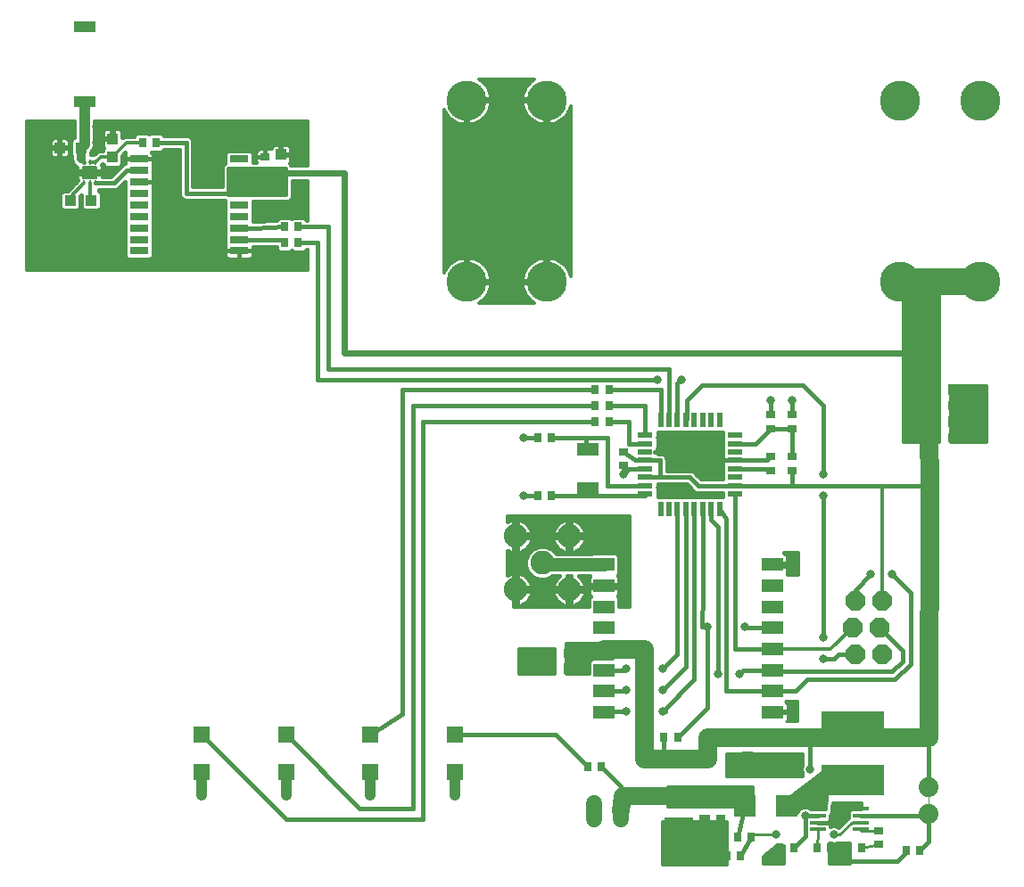
<source format=gtl>
G75*
%MOIN*%
%OFA0B0*%
%FSLAX24Y24*%
%IPPOS*%
%LPD*%
%AMOC8*
5,1,8,0,0,1.08239X$1,22.5*
%
%ADD10R,0.0580X0.0200*%
%ADD11R,0.0200X0.0580*%
%ADD12R,0.0787X0.0394*%
%ADD13R,0.0787X0.0512*%
%ADD14R,0.0709X0.0315*%
%ADD15R,0.0709X0.0276*%
%ADD16C,0.0886*%
%ADD17R,0.0591X0.0591*%
%ADD18R,0.0354X0.0276*%
%ADD19R,0.0276X0.0354*%
%ADD20R,0.0394X0.0394*%
%ADD21R,0.0394X0.0433*%
%ADD22R,0.0433X0.0394*%
%ADD23R,0.1063X0.0630*%
%ADD24C,0.0600*%
%ADD25C,0.1500*%
%ADD26OC8,0.0740*%
%ADD27R,0.0600X0.0180*%
%ADD28R,0.0787X0.0787*%
%ADD29R,0.0110X0.0197*%
%ADD30C,0.0050*%
%ADD31C,0.0740*%
%ADD32R,0.2362X0.1181*%
%ADD33C,0.0160*%
%ADD34C,0.0317*%
%ADD35C,0.0400*%
%ADD36C,0.0100*%
%ADD37C,0.0120*%
%ADD38C,0.1000*%
%ADD39C,0.0240*%
%ADD40C,0.0700*%
%ADD41C,0.0039*%
%ADD42C,0.0500*%
%ADD43C,0.0660*%
%ADD44C,0.0320*%
D10*
X023837Y014269D03*
X023837Y014579D03*
X023837Y014899D03*
X023837Y015209D03*
X023837Y015529D03*
X023837Y015839D03*
X023837Y016159D03*
X023837Y016469D03*
X027177Y016469D03*
X027177Y016159D03*
X027177Y015839D03*
X027177Y015529D03*
X027177Y015209D03*
X027177Y014899D03*
X027177Y014579D03*
X027177Y014269D03*
D11*
X026607Y013699D03*
X026297Y013699D03*
X025977Y013699D03*
X025667Y013699D03*
X025347Y013699D03*
X025037Y013699D03*
X024717Y013699D03*
X024407Y013699D03*
X024407Y017039D03*
X024717Y017039D03*
X025037Y017039D03*
X025347Y017039D03*
X025667Y017039D03*
X025977Y017039D03*
X026297Y017039D03*
X026607Y017039D03*
D12*
X002873Y028961D03*
X002873Y031757D03*
D13*
X021676Y015959D03*
X021676Y014463D03*
X022298Y011629D03*
X022298Y010841D03*
X022298Y010054D03*
X022298Y009267D03*
X022298Y008479D03*
X022298Y007692D03*
X022298Y006904D03*
X022298Y006117D03*
X028597Y006117D03*
X028597Y006904D03*
X028597Y007692D03*
X028597Y008479D03*
X028597Y009267D03*
X028597Y010054D03*
X028597Y010841D03*
X028597Y011629D03*
D14*
X008652Y023786D03*
X008652Y024219D03*
X008652Y024652D03*
X008652Y025085D03*
X008652Y025519D03*
X008652Y025952D03*
X008652Y026385D03*
X004912Y026385D03*
X004912Y025952D03*
X004912Y025519D03*
X004912Y025085D03*
X004912Y024652D03*
X004912Y024219D03*
X004912Y023786D03*
D15*
X004912Y023373D03*
X008652Y023373D03*
X008652Y026798D03*
X004912Y026798D03*
D16*
X018991Y012700D03*
X019991Y011700D03*
X020991Y012700D03*
X020991Y010700D03*
X018991Y010700D03*
D17*
X016715Y005270D03*
X016715Y003893D03*
X013566Y003893D03*
X013566Y005270D03*
X010416Y005270D03*
X010416Y003893D03*
X007267Y003893D03*
X007267Y005270D03*
D18*
X023015Y015349D03*
X023015Y015861D03*
X028526Y015664D03*
X028526Y015152D03*
X029314Y015152D03*
X029314Y015664D03*
X029314Y016727D03*
X029314Y017239D03*
X028526Y017239D03*
X028526Y016727D03*
X026656Y002672D03*
X026656Y002160D03*
X032562Y001688D03*
X032562Y001176D03*
X009629Y026373D03*
X009629Y026885D03*
D19*
X010357Y024267D03*
X010869Y024267D03*
X010869Y023676D03*
X010357Y023676D03*
X005554Y027416D03*
X005042Y027416D03*
X019806Y016393D03*
X020318Y016393D03*
X021971Y016983D03*
X022483Y016983D03*
X022483Y017574D03*
X021971Y017574D03*
X021971Y018164D03*
X022483Y018164D03*
X020318Y014227D03*
X019806Y014227D03*
X020397Y008322D03*
X020908Y008322D03*
X024530Y005172D03*
X025042Y005172D03*
X022188Y004089D03*
X021676Y004089D03*
X026893Y000743D03*
X027404Y000743D03*
X027286Y001432D03*
X027798Y001432D03*
X028861Y001038D03*
X029373Y001038D03*
X030239Y001038D03*
X030751Y001038D03*
X031420Y001038D03*
X031932Y001038D03*
X033586Y000940D03*
X034097Y000940D03*
X034767Y016393D03*
X035278Y016393D03*
X035278Y017574D03*
X034767Y017574D03*
D20*
X003133Y025251D03*
X002345Y025251D03*
X001952Y027219D03*
X002739Y027219D03*
D21*
X003920Y026885D03*
X003920Y027554D03*
X010219Y026963D03*
X010219Y026294D03*
X027641Y005113D03*
X027641Y004444D03*
X026066Y002751D03*
X026066Y002081D03*
D22*
X020987Y007731D03*
X020318Y007731D03*
X034688Y016983D03*
X035357Y016983D03*
X035357Y018164D03*
X034688Y018164D03*
D23*
X029117Y005133D03*
X029117Y004030D03*
X025082Y002967D03*
X025082Y001865D03*
D24*
X022924Y002116D02*
X022924Y002716D01*
X021924Y002716D02*
X021924Y002116D01*
D25*
X020160Y022200D03*
X017168Y022200D03*
X017168Y028991D03*
X020160Y028991D03*
X033349Y028991D03*
X036341Y028991D03*
X036341Y022200D03*
X033349Y022200D03*
D26*
X032676Y010290D03*
X031676Y010290D03*
X031576Y009290D03*
X032576Y009290D03*
X032676Y008290D03*
X031676Y008290D03*
D27*
X031886Y002501D03*
X031886Y002251D03*
X031886Y001991D03*
X031886Y001741D03*
X030286Y001741D03*
X030286Y001991D03*
X030286Y002251D03*
X030286Y002501D03*
D28*
X029117Y002613D03*
X027542Y002613D03*
D29*
X003290Y025900D03*
X003074Y025900D03*
X002857Y025900D03*
X002857Y026688D03*
X003074Y026688D03*
X003290Y026688D03*
D30*
X002810Y026521D02*
X002810Y026067D01*
X002810Y026521D02*
X003338Y026521D01*
X003338Y026067D01*
X002810Y026067D01*
X002810Y026116D02*
X003338Y026116D01*
X003338Y026165D02*
X002810Y026165D01*
X002810Y026214D02*
X003338Y026214D01*
X003338Y026263D02*
X002810Y026263D01*
X002810Y026312D02*
X003338Y026312D01*
X003338Y026361D02*
X002810Y026361D01*
X002810Y026410D02*
X003338Y026410D01*
X003338Y026459D02*
X002810Y026459D01*
X002810Y026508D02*
X003338Y026508D01*
D31*
X034432Y003318D03*
X034432Y002318D03*
D32*
X031578Y003581D03*
X031578Y005581D03*
D33*
X030003Y005172D02*
X030003Y003991D01*
X030841Y002711D02*
X031873Y002711D01*
X031873Y002521D01*
X031511Y002521D01*
X031406Y002415D01*
X031406Y002176D01*
X031057Y001827D01*
X030956Y001869D01*
X030821Y001869D01*
X030766Y001846D01*
X030766Y001905D01*
X030675Y001996D01*
X030766Y002086D01*
X030766Y002261D01*
X030817Y002308D01*
X030818Y002323D01*
X030829Y002335D01*
X030824Y002416D01*
X030841Y002711D01*
X030836Y002628D02*
X031873Y002628D01*
X031886Y002501D02*
X031282Y002501D01*
X031282Y002318D01*
X031406Y002311D02*
X030818Y002311D01*
X030889Y002318D02*
X030889Y001991D01*
X030286Y001991D01*
X030286Y002251D02*
X029806Y002251D01*
X029806Y001471D01*
X029373Y001038D01*
X030677Y001994D02*
X031224Y001994D01*
X031066Y001836D02*
X031036Y001836D01*
X030766Y002153D02*
X031383Y002153D01*
X031460Y002470D02*
X030827Y002470D01*
X031479Y002613D02*
X031479Y002680D01*
X031886Y002251D02*
X032397Y002251D01*
X031886Y002251D02*
X034365Y002251D01*
X034432Y002318D01*
X034432Y001274D01*
X034097Y000940D01*
X033586Y000940D02*
X033586Y000881D01*
X033251Y000546D01*
X031381Y000546D01*
X031282Y000644D01*
X027837Y002613D02*
X024688Y002613D01*
X024688Y003302D01*
X027837Y003302D01*
X027837Y002613D01*
X027837Y002628D02*
X024688Y002628D01*
X024688Y002787D02*
X027837Y002787D01*
X027837Y002945D02*
X024688Y002945D01*
X024688Y003104D02*
X027837Y003104D01*
X027837Y003262D02*
X024688Y003262D01*
X024393Y004385D02*
X024530Y004522D01*
X024530Y005172D01*
X025042Y005172D02*
X026164Y006294D01*
X026164Y009306D01*
X025967Y009306D01*
X025977Y010496D01*
X025977Y013699D01*
X025667Y013699D02*
X025667Y007332D01*
X024491Y006156D01*
X024589Y006156D01*
X024491Y006944D02*
X025347Y007799D01*
X025347Y013699D01*
X025037Y013699D02*
X025037Y008277D01*
X024491Y007731D01*
X023113Y007731D02*
X023112Y007721D01*
X023108Y007712D01*
X023102Y007703D01*
X023094Y007697D01*
X023084Y007693D01*
X023074Y007692D01*
X022298Y007692D01*
X022298Y006904D02*
X023074Y006904D01*
X023113Y006944D01*
X023113Y006156D02*
X022337Y006156D01*
X022327Y006155D01*
X022318Y006151D01*
X022309Y006145D01*
X022303Y006137D01*
X022299Y006127D01*
X022298Y006117D01*
X020495Y005270D02*
X021676Y004089D01*
X022188Y004089D02*
X022924Y003353D01*
X022924Y002416D01*
X024491Y002022D02*
X026853Y002022D01*
X026853Y000448D01*
X024491Y000448D01*
X024491Y002022D01*
X024491Y001994D02*
X026853Y001994D01*
X026853Y001836D02*
X024491Y001836D01*
X024491Y001677D02*
X026853Y001677D01*
X026853Y001629D02*
X026814Y001294D01*
X026893Y000743D01*
X026853Y000726D02*
X024491Y000726D01*
X024491Y000568D02*
X026853Y000568D01*
X026853Y000885D02*
X024491Y000885D01*
X024491Y001043D02*
X026853Y001043D01*
X026853Y001202D02*
X024491Y001202D01*
X024491Y001360D02*
X026853Y001360D01*
X026853Y001519D02*
X024491Y001519D01*
X027286Y001432D02*
X027542Y002613D01*
X027798Y001432D02*
X027404Y000743D01*
X020495Y005270D02*
X016715Y005270D01*
X014747Y006058D02*
X014747Y018164D01*
X021971Y018164D01*
X022483Y018164D02*
X024407Y018164D01*
X024407Y017039D01*
X024717Y017039D02*
X024717Y018952D01*
X011991Y018952D01*
X011991Y024267D01*
X010869Y024267D01*
X011178Y024527D02*
X011081Y024624D01*
X010657Y024624D01*
X010613Y024580D01*
X010570Y024624D01*
X010145Y024624D01*
X010039Y024518D01*
X010039Y024514D01*
X009218Y024479D01*
X009187Y024479D01*
X009187Y025208D01*
X010464Y025208D01*
X010552Y025244D01*
X010620Y025312D01*
X010656Y025400D01*
X010656Y025994D01*
X011204Y025994D01*
X011204Y024527D01*
X011178Y024527D01*
X011204Y024660D02*
X009187Y024660D01*
X009187Y024818D02*
X011204Y024818D01*
X011204Y024977D02*
X009187Y024977D01*
X009187Y025135D02*
X011204Y025135D01*
X011204Y025294D02*
X010602Y025294D01*
X010656Y025452D02*
X011204Y025452D01*
X011204Y025611D02*
X010656Y025611D01*
X010656Y025769D02*
X011204Y025769D01*
X011204Y025928D02*
X010656Y025928D01*
X010593Y026594D02*
X010556Y026632D01*
X010560Y026636D01*
X010584Y026677D01*
X010596Y026723D01*
X010596Y026945D01*
X010238Y026945D01*
X010238Y026982D01*
X010201Y026982D01*
X010201Y027360D01*
X009999Y027360D01*
X009953Y027348D01*
X009912Y027324D01*
X009878Y027290D01*
X009855Y027249D01*
X009843Y027204D01*
X009843Y027199D01*
X009830Y027202D01*
X009629Y027202D01*
X009629Y026885D01*
X009629Y026885D01*
X009629Y027202D01*
X009428Y027202D01*
X009382Y027190D01*
X009341Y027166D01*
X009308Y027133D01*
X009284Y027092D01*
X009272Y027046D01*
X009272Y026885D01*
X009629Y026885D01*
X009629Y026885D01*
X009272Y026885D01*
X009272Y026723D01*
X009284Y026677D01*
X009287Y026672D01*
X009187Y026672D01*
X009187Y027010D01*
X009081Y027116D01*
X008224Y027116D01*
X008118Y027010D01*
X008118Y026637D01*
X008115Y026635D01*
X008047Y026568D01*
X008011Y026480D01*
X008011Y025779D01*
X006936Y025779D01*
X006936Y027468D01*
X006896Y027563D01*
X006823Y027637D01*
X006728Y027676D01*
X005864Y027676D01*
X005766Y027773D01*
X005342Y027773D01*
X005298Y027730D01*
X005255Y027773D01*
X004830Y027773D01*
X004724Y027668D01*
X004724Y027656D01*
X004404Y027656D01*
X004316Y027620D01*
X004297Y027601D01*
X004297Y027794D01*
X004285Y027840D01*
X004261Y027881D01*
X004228Y027915D01*
X004186Y027938D01*
X004141Y027950D01*
X003939Y027950D01*
X003939Y027572D01*
X003902Y027572D01*
X003902Y027536D01*
X003543Y027536D01*
X003543Y027314D01*
X003556Y027268D01*
X003579Y027227D01*
X003587Y027219D01*
X003543Y027176D01*
X003543Y027125D01*
X003439Y027125D01*
X003351Y027088D01*
X003284Y027021D01*
X003229Y026966D01*
X003116Y026966D01*
X003116Y027059D01*
X003195Y027138D01*
X003253Y027278D01*
X003253Y028204D01*
X011204Y028204D01*
X011204Y026594D01*
X010593Y026594D01*
X010595Y026720D02*
X011204Y026720D01*
X011204Y026879D02*
X010596Y026879D01*
X010596Y026982D02*
X010596Y027204D01*
X010584Y027249D01*
X010560Y027290D01*
X010527Y027324D01*
X010486Y027348D01*
X010440Y027360D01*
X010238Y027360D01*
X010238Y026982D01*
X010596Y026982D01*
X010596Y027037D02*
X011204Y027037D01*
X011204Y027196D02*
X010596Y027196D01*
X010461Y027354D02*
X011204Y027354D01*
X011204Y027513D02*
X006917Y027513D01*
X006936Y027354D02*
X009978Y027354D01*
X010201Y027354D02*
X010238Y027354D01*
X010238Y027196D02*
X010201Y027196D01*
X010201Y027037D02*
X010238Y027037D01*
X009629Y027037D02*
X009629Y027037D01*
X009629Y027196D02*
X009629Y027196D01*
X009403Y027196D02*
X006936Y027196D01*
X006936Y027037D02*
X008145Y027037D01*
X008118Y026879D02*
X006936Y026879D01*
X006936Y026720D02*
X008118Y026720D01*
X008045Y026562D02*
X006936Y026562D01*
X006936Y026403D02*
X008011Y026403D01*
X008011Y026245D02*
X006936Y026245D01*
X006936Y026086D02*
X008011Y026086D01*
X008011Y025928D02*
X006936Y025928D01*
X006416Y025928D02*
X005447Y025928D01*
X005447Y025952D02*
X004912Y025952D01*
X005447Y025952D01*
X005447Y026133D01*
X005442Y026148D01*
X005447Y026153D01*
X005447Y026617D01*
X005442Y026621D01*
X005447Y026637D01*
X005447Y026798D01*
X005447Y026960D01*
X005434Y027005D01*
X005411Y027046D01*
X005398Y027059D01*
X005766Y027059D01*
X005864Y027156D01*
X006416Y027156D01*
X006416Y025467D01*
X006456Y025371D01*
X006529Y025298D01*
X006624Y025259D01*
X008101Y025259D01*
X008115Y025244D01*
X008118Y025243D01*
X008118Y023554D01*
X008122Y023550D01*
X008118Y023534D01*
X008118Y023373D01*
X008652Y023373D01*
X008652Y023373D01*
X008118Y023373D01*
X008118Y023211D01*
X008130Y023166D01*
X008154Y023125D01*
X008188Y023091D01*
X008229Y023067D01*
X008274Y023055D01*
X008652Y023055D01*
X008652Y023373D01*
X008652Y023373D01*
X009187Y023373D01*
X009187Y023526D01*
X010039Y023526D01*
X010039Y023424D01*
X010145Y023319D01*
X010570Y023319D01*
X010613Y023362D01*
X010657Y023319D01*
X011081Y023319D01*
X011178Y023416D01*
X011204Y023416D01*
X011204Y022692D01*
X000714Y022692D01*
X000714Y028204D01*
X002493Y028204D01*
X002493Y027596D01*
X002468Y027596D01*
X002362Y027491D01*
X002362Y027302D01*
X002359Y027295D01*
X002359Y027144D01*
X002362Y027136D01*
X002362Y026948D01*
X002399Y026911D01*
X002399Y026738D01*
X002451Y026613D01*
X002546Y026518D01*
X002604Y026494D01*
X002604Y026340D01*
X003028Y026340D01*
X003028Y026248D01*
X002604Y026248D01*
X002604Y026040D01*
X002616Y025998D01*
X002245Y025628D01*
X002074Y025628D01*
X001969Y025522D01*
X001969Y024979D01*
X002074Y024874D01*
X002617Y024874D01*
X002722Y024979D01*
X002722Y025426D01*
X002756Y025460D01*
X002756Y024979D01*
X002861Y024874D01*
X003404Y024874D01*
X003510Y024979D01*
X003510Y025522D01*
X003410Y025622D01*
X003420Y025622D01*
X003438Y025640D01*
X004031Y025640D01*
X004126Y025680D01*
X004378Y025931D01*
X004378Y025770D01*
X004382Y025755D01*
X004378Y025751D01*
X004378Y023160D01*
X004483Y023055D01*
X005341Y023055D01*
X005447Y023160D01*
X005447Y025751D01*
X005442Y025755D01*
X005447Y025770D01*
X005447Y025952D01*
X005447Y026086D02*
X006416Y026086D01*
X006416Y026245D02*
X005447Y026245D01*
X005447Y026403D02*
X006416Y026403D01*
X006416Y026562D02*
X005447Y026562D01*
X005447Y026720D02*
X006416Y026720D01*
X006416Y026879D02*
X005447Y026879D01*
X005447Y026798D02*
X004912Y026798D01*
X004378Y026798D01*
X004378Y026637D01*
X004379Y026631D01*
X004316Y026605D01*
X004243Y026532D01*
X003872Y026160D01*
X003543Y026160D01*
X003543Y026248D01*
X003120Y026248D01*
X003120Y026340D01*
X003543Y026340D01*
X003543Y026548D01*
X003532Y026590D01*
X003543Y026601D01*
X003543Y026594D01*
X003649Y026488D01*
X004192Y026488D01*
X004297Y026594D01*
X004297Y026922D01*
X004404Y027029D01*
X004390Y027005D01*
X004378Y026960D01*
X004378Y026798D01*
X004912Y026798D01*
X004912Y026798D01*
X004912Y026798D01*
X005447Y026798D01*
X005416Y027037D02*
X006416Y027037D01*
X006676Y027416D02*
X005554Y027416D01*
X004728Y027671D02*
X004297Y027671D01*
X004287Y027830D02*
X011204Y027830D01*
X011204Y027988D02*
X003253Y027988D01*
X003253Y027830D02*
X003553Y027830D01*
X003556Y027840D02*
X003543Y027794D01*
X003543Y027572D01*
X003902Y027572D01*
X003902Y027950D01*
X003700Y027950D01*
X003654Y027938D01*
X003613Y027915D01*
X003579Y027881D01*
X003556Y027840D01*
X003543Y027671D02*
X003253Y027671D01*
X003253Y027513D02*
X003543Y027513D01*
X003543Y027354D02*
X003253Y027354D01*
X003219Y027196D02*
X003563Y027196D01*
X003300Y027037D02*
X003116Y027037D01*
X002857Y026688D02*
X002739Y026806D01*
X002502Y026562D02*
X000714Y026562D01*
X000714Y026720D02*
X002406Y026720D01*
X002399Y026879D02*
X002259Y026879D01*
X002259Y026878D02*
X002293Y026912D01*
X002316Y026953D01*
X002329Y026999D01*
X002329Y027201D01*
X001970Y027201D01*
X001970Y027238D01*
X001933Y027238D01*
X001933Y027596D01*
X001731Y027596D01*
X001685Y027584D01*
X001644Y027560D01*
X001611Y027527D01*
X001587Y027486D01*
X001575Y027440D01*
X001575Y027238D01*
X001933Y027238D01*
X001933Y027201D01*
X001575Y027201D01*
X001575Y026999D01*
X001587Y026953D01*
X001611Y026912D01*
X001644Y026878D01*
X001685Y026855D01*
X001731Y026842D01*
X001933Y026842D01*
X001933Y027201D01*
X001970Y027201D01*
X001970Y026842D01*
X002172Y026842D01*
X002218Y026855D01*
X002259Y026878D01*
X002329Y027037D02*
X002362Y027037D01*
X002359Y027196D02*
X002329Y027196D01*
X002329Y027238D02*
X002329Y027440D01*
X002316Y027486D01*
X002293Y027527D01*
X002259Y027560D01*
X002218Y027584D01*
X002172Y027596D01*
X001970Y027596D01*
X001970Y027238D01*
X002329Y027238D01*
X002329Y027354D02*
X002362Y027354D01*
X002384Y027513D02*
X002301Y027513D01*
X002493Y027671D02*
X000714Y027671D01*
X000714Y027513D02*
X001603Y027513D01*
X001575Y027354D02*
X000714Y027354D01*
X000714Y027196D02*
X001575Y027196D01*
X001575Y027037D02*
X000714Y027037D01*
X000714Y026879D02*
X001644Y026879D01*
X001933Y026879D02*
X001970Y026879D01*
X001970Y027037D02*
X001933Y027037D01*
X001933Y027196D02*
X001970Y027196D01*
X001970Y027354D02*
X001933Y027354D01*
X001933Y027513D02*
X001970Y027513D01*
X002493Y027830D02*
X000714Y027830D01*
X000714Y027988D02*
X002493Y027988D01*
X002493Y028147D02*
X000714Y028147D01*
X000714Y026403D02*
X002604Y026403D01*
X002604Y026245D02*
X000714Y026245D01*
X000714Y026086D02*
X002604Y026086D01*
X002545Y025928D02*
X000714Y025928D01*
X000714Y025769D02*
X002387Y025769D01*
X002057Y025611D02*
X000714Y025611D01*
X000714Y025452D02*
X001969Y025452D01*
X001969Y025294D02*
X000714Y025294D01*
X000714Y025135D02*
X001969Y025135D01*
X001971Y024977D02*
X000714Y024977D01*
X000714Y024818D02*
X004378Y024818D01*
X004378Y024660D02*
X000714Y024660D01*
X000714Y024501D02*
X004378Y024501D01*
X004378Y024343D02*
X000714Y024343D01*
X000714Y024184D02*
X004378Y024184D01*
X004378Y024026D02*
X000714Y024026D01*
X000714Y023867D02*
X004378Y023867D01*
X004378Y023709D02*
X000714Y023709D01*
X000714Y023550D02*
X004378Y023550D01*
X004378Y023392D02*
X000714Y023392D01*
X000714Y023233D02*
X004378Y023233D01*
X004464Y023075D02*
X000714Y023075D01*
X000714Y022916D02*
X011204Y022916D01*
X011204Y022758D02*
X000714Y022758D01*
X002720Y024977D02*
X002758Y024977D01*
X002756Y025135D02*
X002722Y025135D01*
X002722Y025294D02*
X002756Y025294D01*
X002749Y025452D02*
X002756Y025452D01*
X003421Y025611D02*
X004378Y025611D01*
X004378Y025769D02*
X004216Y025769D01*
X004374Y025928D02*
X004378Y025928D01*
X003979Y025900D02*
X004463Y026385D01*
X004912Y026385D01*
X004912Y025952D02*
X004912Y025952D01*
X005446Y025769D02*
X006416Y025769D01*
X006416Y025611D02*
X005447Y025611D01*
X005447Y025452D02*
X006422Y025452D01*
X006539Y025294D02*
X005447Y025294D01*
X005447Y025135D02*
X008118Y025135D01*
X008118Y024977D02*
X005447Y024977D01*
X005447Y024818D02*
X008118Y024818D01*
X008118Y024660D02*
X005447Y024660D01*
X005447Y024501D02*
X008118Y024501D01*
X008118Y024343D02*
X005447Y024343D01*
X005447Y024184D02*
X008118Y024184D01*
X008118Y024026D02*
X005447Y024026D01*
X005447Y023867D02*
X008118Y023867D01*
X008118Y023709D02*
X005447Y023709D01*
X005447Y023550D02*
X008122Y023550D01*
X008118Y023392D02*
X005447Y023392D01*
X005447Y023233D02*
X008118Y023233D01*
X008216Y023075D02*
X005361Y023075D01*
X004378Y024977D02*
X003507Y024977D01*
X003510Y025135D02*
X004378Y025135D01*
X004378Y025294D02*
X003510Y025294D01*
X003510Y025452D02*
X004378Y025452D01*
X003979Y025900D02*
X003290Y025900D01*
X003543Y026245D02*
X003956Y026245D01*
X004114Y026403D02*
X003543Y026403D01*
X003539Y026562D02*
X003575Y026562D01*
X004265Y026562D02*
X004273Y026562D01*
X004297Y026720D02*
X004378Y026720D01*
X004378Y026879D02*
X004297Y026879D01*
X003939Y027671D02*
X003902Y027671D01*
X003902Y027830D02*
X003939Y027830D01*
X003253Y028147D02*
X011204Y028147D01*
X011204Y027671D02*
X006739Y027671D01*
X006676Y027416D02*
X006676Y025519D01*
X008652Y025519D01*
X009187Y024501D02*
X009747Y024501D01*
X009223Y024219D02*
X010357Y024267D01*
X010247Y023786D02*
X010357Y023676D01*
X010247Y023786D02*
X008652Y023786D01*
X008652Y023373D02*
X008652Y023373D01*
X008652Y023055D01*
X009030Y023055D01*
X009076Y023067D01*
X009117Y023091D01*
X009151Y023125D01*
X009175Y023166D01*
X009187Y023211D01*
X009187Y023373D01*
X008652Y023373D01*
X008652Y023233D02*
X008652Y023233D01*
X008652Y023075D02*
X008652Y023075D01*
X009089Y023075D02*
X011204Y023075D01*
X011204Y023233D02*
X009187Y023233D01*
X009187Y023392D02*
X010072Y023392D01*
X010869Y023676D02*
X011597Y023676D01*
X011597Y018558D01*
X024294Y018558D01*
X025037Y018415D02*
X025180Y018558D01*
X025037Y018415D02*
X025037Y017039D01*
X025347Y017039D02*
X025377Y017069D01*
X025377Y017770D01*
X025967Y018361D01*
X029708Y018361D01*
X030495Y017574D01*
X030495Y015015D01*
X030495Y014227D02*
X030495Y008912D01*
X030495Y008125D02*
X030889Y008125D01*
X031054Y008290D01*
X031676Y008290D01*
X032576Y009290D02*
X033448Y008419D01*
X033448Y008026D01*
X033054Y007633D01*
X028656Y007633D01*
X028643Y007634D01*
X028630Y007639D01*
X028619Y007646D01*
X028610Y007655D01*
X028603Y007666D01*
X028598Y007679D01*
X028597Y007692D01*
X027503Y007692D01*
X027345Y007534D01*
X026558Y007534D02*
X026558Y013046D01*
X026297Y013307D01*
X026297Y013699D01*
X026607Y013699D02*
X026853Y013354D01*
X026853Y006904D01*
X028597Y006904D01*
X029471Y006904D01*
X029904Y007337D01*
X033152Y007337D01*
X033743Y007928D01*
X033743Y010585D01*
X033054Y011274D01*
X032267Y011274D02*
X031676Y010684D01*
X031676Y010290D01*
X029511Y011274D02*
X029142Y011274D01*
X029159Y011303D01*
X029171Y011349D01*
X029171Y011581D01*
X028645Y011581D01*
X028645Y011677D01*
X029171Y011677D01*
X029171Y011908D01*
X029159Y011954D01*
X029135Y011995D01*
X029102Y012029D01*
X029061Y012052D01*
X029025Y012062D01*
X029511Y012062D01*
X029511Y011274D01*
X029511Y011346D02*
X029170Y011346D01*
X029171Y011504D02*
X029511Y011504D01*
X029511Y011663D02*
X028645Y011663D01*
X029171Y011821D02*
X029511Y011821D01*
X029511Y011980D02*
X029144Y011980D01*
X026707Y014169D02*
X024307Y014169D01*
X024307Y014639D01*
X025385Y014639D01*
X025665Y014358D01*
X025761Y014319D01*
X026707Y014319D01*
X026707Y014169D01*
X026707Y014199D02*
X024307Y014199D01*
X024307Y014357D02*
X025668Y014357D01*
X025508Y014516D02*
X024307Y014516D01*
X024393Y014899D02*
X023837Y014899D01*
X025493Y014899D01*
X025813Y014579D01*
X027177Y014579D01*
X029314Y014579D01*
X032660Y014579D01*
X034426Y014579D01*
X034471Y014625D01*
X029314Y014579D02*
X029314Y015152D01*
X029314Y015664D02*
X029314Y016727D01*
X028526Y016727D01*
X027958Y016159D01*
X027177Y016159D01*
X026707Y016101D02*
X024307Y016101D01*
X024307Y015984D02*
X024307Y016569D01*
X026707Y016569D01*
X026707Y015664D01*
X026709Y015662D01*
X026707Y015653D01*
X026707Y015529D01*
X026952Y015529D01*
X026952Y015529D01*
X026707Y015529D01*
X026707Y015405D01*
X026711Y015388D01*
X026707Y015383D01*
X026707Y014839D01*
X025920Y014839D01*
X025713Y015046D01*
X025640Y015119D01*
X025544Y015159D01*
X024653Y015159D01*
X024653Y015581D01*
X024613Y015676D01*
X024540Y015749D01*
X024444Y015789D01*
X024307Y015789D01*
X024307Y015839D01*
X024307Y015963D01*
X024302Y015980D01*
X024307Y015984D01*
X024307Y015942D02*
X026707Y015942D01*
X026707Y015784D02*
X024457Y015784D01*
X024307Y015839D02*
X024196Y015839D01*
X024307Y015839D01*
X024196Y015839D02*
X024196Y015839D01*
X024393Y015529D02*
X023837Y015529D01*
X023445Y015529D01*
X023015Y015861D01*
X023211Y016159D02*
X023211Y016983D01*
X022483Y016983D01*
X021971Y016983D02*
X015534Y016983D01*
X015534Y002121D01*
X010416Y002121D01*
X007267Y005270D01*
X010416Y005270D02*
X013172Y002515D01*
X015141Y002515D01*
X015141Y017574D01*
X021971Y017574D01*
X022483Y017574D02*
X023837Y017574D01*
X023837Y016469D01*
X023837Y016159D02*
X023211Y016159D01*
X022424Y016393D02*
X022424Y014579D01*
X023837Y014579D01*
X023837Y014269D02*
X023837Y014227D01*
X021637Y014227D01*
X021637Y014424D01*
X021676Y014463D01*
X021637Y014227D02*
X020318Y014227D01*
X019806Y014227D02*
X019274Y014227D01*
X019137Y013307D02*
X019059Y013320D01*
X019059Y012767D01*
X019611Y012767D01*
X019599Y012845D01*
X019568Y012939D01*
X019524Y013026D01*
X019466Y013105D01*
X019397Y013175D01*
X019318Y013232D01*
X019230Y013277D01*
X019137Y013307D01*
X019059Y013248D02*
X018923Y013248D01*
X018923Y013320D02*
X018923Y012767D01*
X018923Y012632D01*
X018684Y012632D01*
X018684Y012767D01*
X018923Y012767D01*
X019059Y012767D01*
X019059Y012632D01*
X019611Y012632D01*
X019599Y012554D01*
X019568Y012460D01*
X019524Y012373D01*
X019466Y012294D01*
X019397Y012224D01*
X019318Y012167D01*
X019230Y012122D01*
X019137Y012092D01*
X019059Y012080D01*
X019059Y012632D01*
X018923Y012632D01*
X018923Y012080D01*
X018845Y012092D01*
X018752Y012122D01*
X018684Y012157D01*
X018684Y011242D01*
X018752Y011277D01*
X018845Y011307D01*
X018923Y011320D01*
X018923Y010767D01*
X018923Y010632D01*
X018684Y010632D01*
X018684Y010767D01*
X018923Y010767D01*
X019059Y010767D01*
X019611Y010767D01*
X019599Y010845D01*
X019568Y010939D01*
X019524Y011026D01*
X019466Y011105D01*
X019397Y011175D01*
X019318Y011232D01*
X019230Y011277D01*
X019137Y011307D01*
X019059Y011320D01*
X019059Y010767D01*
X019059Y010632D01*
X019611Y010632D01*
X019599Y010554D01*
X019568Y010460D01*
X019524Y010373D01*
X019466Y010294D01*
X019397Y010224D01*
X019318Y010167D01*
X019230Y010122D01*
X019141Y010093D01*
X020841Y010093D01*
X020752Y010122D01*
X020665Y010167D01*
X020585Y010224D01*
X020516Y010294D01*
X020458Y010373D01*
X020414Y010460D01*
X020383Y010554D01*
X020371Y010632D01*
X020923Y010632D01*
X020923Y010767D01*
X020371Y010767D01*
X020383Y010845D01*
X020414Y010939D01*
X020458Y011026D01*
X020516Y011105D01*
X020585Y011175D01*
X020618Y011199D01*
X020371Y011199D01*
X020344Y011172D01*
X020115Y011077D01*
X019867Y011077D01*
X019638Y011172D01*
X019463Y011347D01*
X019368Y011576D01*
X019368Y011824D01*
X019463Y012052D01*
X019638Y012228D01*
X019867Y012323D01*
X020115Y012323D01*
X020344Y012228D01*
X020513Y012059D01*
X021824Y012059D01*
X021830Y012065D01*
X022766Y012065D01*
X022872Y011959D01*
X022872Y011298D01*
X022809Y011235D01*
X022836Y011208D01*
X022860Y011167D01*
X022872Y011121D01*
X022872Y010889D01*
X022346Y010889D01*
X022346Y010793D01*
X022872Y010793D01*
X022872Y010562D01*
X022860Y010516D01*
X022836Y010475D01*
X022809Y010448D01*
X022872Y010384D01*
X022872Y010093D01*
X023211Y010093D01*
X023211Y013440D01*
X018684Y013440D01*
X018684Y013242D01*
X018752Y013277D01*
X018845Y013307D01*
X018923Y013320D01*
X018923Y013089D02*
X019059Y013089D01*
X019059Y012931D02*
X018923Y012931D01*
X018923Y012772D02*
X019059Y012772D01*
X019059Y012614D02*
X018923Y012614D01*
X018923Y012455D02*
X019059Y012455D01*
X019059Y012297D02*
X018923Y012297D01*
X018923Y012138D02*
X019059Y012138D01*
X019261Y012138D02*
X019549Y012138D01*
X019468Y012297D02*
X019805Y012297D01*
X019566Y012455D02*
X020416Y012455D01*
X020414Y012460D02*
X020458Y012373D01*
X020516Y012294D01*
X020585Y012224D01*
X020665Y012167D01*
X020752Y012122D01*
X020845Y012092D01*
X020923Y012080D01*
X020923Y012632D01*
X020371Y012632D01*
X020383Y012554D01*
X020414Y012460D01*
X020374Y012614D02*
X019608Y012614D01*
X019610Y012772D02*
X020372Y012772D01*
X020371Y012767D02*
X020923Y012767D01*
X020923Y012632D01*
X021059Y012632D01*
X021059Y012767D01*
X021611Y012767D01*
X021599Y012845D01*
X021568Y012939D01*
X021524Y013026D01*
X021466Y013105D01*
X021397Y013175D01*
X021318Y013232D01*
X021230Y013277D01*
X021137Y013307D01*
X021059Y013320D01*
X021059Y012767D01*
X020923Y012767D01*
X020923Y013320D01*
X020845Y013307D01*
X020752Y013277D01*
X020665Y013232D01*
X020585Y013175D01*
X020516Y013105D01*
X020458Y013026D01*
X020414Y012939D01*
X020383Y012845D01*
X020371Y012767D01*
X020411Y012931D02*
X019571Y012931D01*
X019478Y013089D02*
X020504Y013089D01*
X020695Y013248D02*
X019287Y013248D01*
X018695Y013248D02*
X018684Y013248D01*
X018684Y013406D02*
X023211Y013406D01*
X023211Y013248D02*
X021287Y013248D01*
X021059Y013248D02*
X020923Y013248D01*
X020923Y013089D02*
X021059Y013089D01*
X021059Y012931D02*
X020923Y012931D01*
X020923Y012772D02*
X021059Y012772D01*
X021059Y012632D02*
X021611Y012632D01*
X021599Y012554D01*
X021568Y012460D01*
X021524Y012373D01*
X021466Y012294D01*
X021397Y012224D01*
X021318Y012167D01*
X021230Y012122D01*
X021137Y012092D01*
X021059Y012080D01*
X021059Y012632D01*
X021059Y012614D02*
X020923Y012614D01*
X020923Y012455D02*
X021059Y012455D01*
X021059Y012297D02*
X020923Y012297D01*
X020923Y012138D02*
X021059Y012138D01*
X021261Y012138D02*
X023211Y012138D01*
X023211Y011980D02*
X022851Y011980D01*
X022872Y011821D02*
X023211Y011821D01*
X023211Y011663D02*
X022872Y011663D01*
X022872Y011504D02*
X023211Y011504D01*
X023211Y011346D02*
X022872Y011346D01*
X022848Y011187D02*
X023211Y011187D01*
X023211Y011029D02*
X022872Y011029D01*
X022872Y010712D02*
X023211Y010712D01*
X023211Y010870D02*
X022346Y010870D01*
X022250Y010870D02*
X021591Y010870D01*
X021599Y010845D02*
X021568Y010939D01*
X021524Y011026D01*
X021466Y011105D01*
X021397Y011175D01*
X021364Y011199D01*
X021755Y011199D01*
X021737Y011167D01*
X021724Y011121D01*
X021724Y010889D01*
X022250Y010889D01*
X022250Y010793D01*
X021724Y010793D01*
X021724Y010562D01*
X021737Y010516D01*
X021760Y010475D01*
X021788Y010448D01*
X021724Y010384D01*
X021724Y010093D01*
X021141Y010093D01*
X021230Y010122D01*
X021318Y010167D01*
X021397Y010224D01*
X021466Y010294D01*
X021524Y010373D01*
X021568Y010460D01*
X021599Y010554D01*
X021611Y010632D01*
X021059Y010632D01*
X021059Y010767D01*
X021611Y010767D01*
X021599Y010845D01*
X021724Y010712D02*
X021059Y010712D01*
X021059Y010767D02*
X021059Y011199D01*
X020923Y011199D01*
X020923Y010767D01*
X021059Y010767D01*
X021059Y010870D02*
X020923Y010870D01*
X020923Y010712D02*
X019059Y010712D01*
X019059Y010632D02*
X019059Y010093D01*
X018923Y010093D01*
X018923Y010632D01*
X019059Y010632D01*
X019059Y010553D02*
X018923Y010553D01*
X018923Y010395D02*
X019059Y010395D01*
X019059Y010236D02*
X018923Y010236D01*
X019409Y010236D02*
X020573Y010236D01*
X020447Y010395D02*
X019535Y010395D01*
X019598Y010553D02*
X020384Y010553D01*
X020392Y010870D02*
X019591Y010870D01*
X019522Y011029D02*
X020460Y011029D01*
X020360Y011187D02*
X020603Y011187D01*
X020923Y011187D02*
X021059Y011187D01*
X021059Y011029D02*
X020923Y011029D01*
X021380Y011187D02*
X021749Y011187D01*
X021724Y011029D02*
X021522Y011029D01*
X021598Y010553D02*
X021727Y010553D01*
X021735Y010395D02*
X021535Y010395D01*
X021409Y010236D02*
X021724Y010236D01*
X021059Y010236D02*
X020923Y010236D01*
X020923Y010093D02*
X020923Y010632D01*
X021059Y010632D01*
X021059Y010093D01*
X020923Y010093D01*
X020923Y010395D02*
X021059Y010395D01*
X021059Y010553D02*
X020923Y010553D01*
X019622Y011187D02*
X019380Y011187D01*
X019464Y011346D02*
X018684Y011346D01*
X018684Y011504D02*
X019398Y011504D01*
X019368Y011663D02*
X018684Y011663D01*
X018684Y011821D02*
X019368Y011821D01*
X019433Y011980D02*
X018684Y011980D01*
X018684Y012138D02*
X018721Y012138D01*
X018923Y011187D02*
X019059Y011187D01*
X019059Y011029D02*
X018923Y011029D01*
X018923Y010870D02*
X019059Y010870D01*
X018923Y010712D02*
X018684Y010712D01*
X020433Y012138D02*
X020721Y012138D01*
X020514Y012297D02*
X020177Y012297D01*
X021468Y012297D02*
X023211Y012297D01*
X023211Y012455D02*
X021566Y012455D01*
X021608Y012614D02*
X023211Y012614D01*
X023211Y012772D02*
X021610Y012772D01*
X021571Y012931D02*
X023211Y012931D01*
X023211Y013089D02*
X021478Y013089D01*
X023015Y015015D02*
X023211Y015209D01*
X023015Y015209D01*
X023015Y015349D01*
X023211Y015209D02*
X023837Y015209D01*
X023839Y015211D01*
X024393Y014899D02*
X024393Y015529D01*
X024634Y015625D02*
X026707Y015625D01*
X026707Y015467D02*
X024653Y015467D01*
X024653Y015308D02*
X026707Y015308D01*
X026707Y015150D02*
X025566Y015150D01*
X025768Y014991D02*
X026707Y014991D01*
X027177Y015209D02*
X028470Y015209D01*
X028526Y015152D01*
X028391Y015529D02*
X027177Y015529D01*
X026707Y016259D02*
X024307Y016259D01*
X024307Y016418D02*
X026707Y016418D01*
X028391Y015529D02*
X028526Y015664D01*
X027177Y014269D02*
X027177Y008479D01*
X028597Y008479D01*
X028597Y009267D02*
X027582Y009267D01*
X027542Y009306D01*
X023211Y010236D02*
X022872Y010236D01*
X022861Y010395D02*
X023211Y010395D01*
X023211Y010553D02*
X022870Y010553D01*
X021676Y015959D02*
X021637Y015999D01*
X021637Y016393D01*
X020318Y016393D01*
X019806Y016393D02*
X019274Y016393D01*
X021637Y016393D02*
X022424Y016393D01*
X028526Y017239D02*
X028526Y017770D01*
X029314Y017770D02*
X029314Y017239D01*
X014747Y006058D02*
X013566Y005270D01*
X034432Y005172D02*
X034432Y003318D01*
X011204Y023392D02*
X011154Y023392D01*
X009223Y024219D02*
X008652Y024219D01*
X009187Y026720D02*
X009272Y026720D01*
X009272Y026879D02*
X009187Y026879D01*
X009160Y027037D02*
X009272Y027037D01*
D34*
X007267Y003007D03*
X010416Y003007D03*
X013566Y003007D03*
X016715Y003007D03*
X019274Y007731D03*
X019274Y008322D03*
X019865Y008322D03*
X019865Y007731D03*
X023015Y010290D03*
X023015Y010684D03*
X023015Y011078D03*
X023015Y011471D03*
X023015Y011865D03*
X023015Y012259D03*
X022621Y012259D03*
X022227Y012259D03*
X021834Y012259D03*
X022818Y013046D03*
X024393Y014522D03*
X025475Y014326D03*
X024393Y016393D03*
X023015Y015015D03*
X026558Y016393D03*
X028526Y017770D03*
X029314Y017770D03*
X030495Y015015D03*
X030495Y014227D03*
X029314Y011865D03*
X029314Y011471D03*
X027542Y009306D03*
X026164Y009306D03*
X026558Y007534D03*
X027345Y007534D03*
X029314Y006353D03*
X029314Y005959D03*
X028231Y004286D03*
X028231Y003893D03*
X027837Y003893D03*
X027444Y003893D03*
X027050Y003893D03*
X027050Y004286D03*
X030003Y003991D03*
X031086Y002613D03*
X031282Y002318D03*
X031479Y002613D03*
X030889Y002318D03*
X029806Y002251D03*
X030889Y001530D03*
X030889Y000644D03*
X031282Y000644D03*
X028822Y000644D03*
X028428Y000644D03*
X028723Y001530D03*
X026460Y001235D03*
X025869Y001235D03*
X025869Y000644D03*
X026460Y000644D03*
X025278Y000644D03*
X024688Y000644D03*
X024688Y001235D03*
X025278Y001235D03*
X024491Y006156D03*
X024491Y006944D03*
X024491Y007731D03*
X023113Y007731D03*
X023113Y006944D03*
X023113Y006156D03*
X030495Y008125D03*
X030495Y008912D03*
X032267Y011274D03*
X033054Y011274D03*
X035810Y016393D03*
X036400Y016393D03*
X036400Y016983D03*
X035810Y016983D03*
X035810Y017574D03*
X036400Y017574D03*
X036400Y018164D03*
X035810Y018164D03*
X025180Y018558D03*
X024294Y018558D03*
X019274Y016393D03*
X019274Y014227D03*
X011007Y023085D03*
X010219Y023085D03*
X009432Y023085D03*
X008645Y022889D03*
X007660Y022889D03*
X007463Y023479D03*
X006676Y022889D03*
X005889Y023479D03*
X005692Y022889D03*
X004708Y022889D03*
X003723Y022889D03*
X002739Y022889D03*
X001755Y022889D03*
X000967Y023282D03*
X000967Y024070D03*
X000967Y024857D03*
X000967Y025644D03*
X000967Y026432D03*
X001558Y026235D03*
X001952Y026629D03*
X002345Y026235D03*
X003133Y026235D03*
X003723Y026235D03*
X003723Y025448D03*
X004117Y025448D03*
X003723Y024070D03*
X002739Y024660D03*
X003330Y027416D03*
X003330Y028007D03*
X003920Y028007D03*
X004511Y028007D03*
X005101Y028007D03*
X005692Y028007D03*
X006282Y028007D03*
X006873Y028007D03*
X007463Y028007D03*
X007463Y027416D03*
X007463Y026826D03*
X007463Y026038D03*
X007463Y025054D03*
X007463Y024267D03*
X005889Y024267D03*
X005889Y025054D03*
X006086Y025644D03*
X005692Y026038D03*
X006086Y026432D03*
X005692Y026826D03*
X008054Y027416D03*
X008645Y027416D03*
X009235Y027416D03*
X009826Y027416D03*
X009826Y028007D03*
X009235Y028007D03*
X008645Y028007D03*
X008054Y028007D03*
X010416Y028007D03*
X011007Y028007D03*
X011007Y027416D03*
X011007Y026826D03*
X011007Y025841D03*
X011007Y024857D03*
X010219Y024857D03*
X009432Y024857D03*
X002345Y028007D03*
X001952Y028007D03*
X001558Y028007D03*
X000967Y028007D03*
X000967Y027219D03*
D35*
X002739Y027219D02*
X002873Y027353D01*
X002873Y028961D01*
X007267Y003893D02*
X007267Y003007D01*
X010416Y003007D02*
X010416Y003893D01*
X013566Y003893D02*
X013566Y003007D01*
X016715Y003007D02*
X016715Y003893D01*
D36*
X019078Y007534D02*
X020456Y007534D01*
X020456Y008519D01*
X019078Y008519D01*
X019078Y007534D01*
X019078Y007540D02*
X020456Y007540D01*
X020456Y007638D02*
X019078Y007638D01*
X019078Y007737D02*
X020456Y007737D01*
X020456Y007835D02*
X019078Y007835D01*
X019078Y007934D02*
X020456Y007934D01*
X020456Y008032D02*
X019078Y008032D01*
X019078Y008131D02*
X020456Y008131D01*
X020456Y008229D02*
X019078Y008229D01*
X019078Y008328D02*
X020456Y008328D01*
X020456Y008426D02*
X019078Y008426D01*
X020849Y008426D02*
X022621Y008426D01*
X022621Y008328D02*
X020849Y008328D01*
X020849Y008229D02*
X022621Y008229D01*
X022621Y008131D02*
X020849Y008131D01*
X020849Y008032D02*
X021777Y008032D01*
X021754Y008010D02*
X021754Y007534D01*
X020849Y007534D01*
X020849Y008715D01*
X022621Y008715D01*
X022621Y008098D01*
X021842Y008098D01*
X021754Y008010D01*
X021754Y007934D02*
X020849Y007934D01*
X020849Y007835D02*
X021754Y007835D01*
X021754Y007737D02*
X020849Y007737D01*
X020849Y007638D02*
X021754Y007638D01*
X021754Y007540D02*
X020849Y007540D01*
X020849Y008525D02*
X022621Y008525D01*
X022621Y008623D02*
X020849Y008623D01*
X026853Y004581D02*
X026853Y003696D01*
X029708Y003696D01*
X029708Y003898D01*
X029694Y003930D01*
X029694Y004052D01*
X029708Y004084D01*
X029708Y004581D01*
X026853Y004581D01*
X026853Y004486D02*
X029708Y004486D01*
X029708Y004388D02*
X026853Y004388D01*
X026853Y004289D02*
X029708Y004289D01*
X029708Y004191D02*
X026853Y004191D01*
X026853Y004092D02*
X029708Y004092D01*
X029694Y003994D02*
X026853Y003994D01*
X026853Y003895D02*
X029708Y003895D01*
X029708Y003797D02*
X026853Y003797D01*
X026853Y003698D02*
X029708Y003698D01*
X029923Y003501D02*
X030657Y003501D01*
X030651Y003403D02*
X029794Y003403D01*
X029665Y003304D02*
X030646Y003304D01*
X030640Y003206D02*
X029536Y003206D01*
X029408Y003107D02*
X030634Y003107D01*
X030628Y003009D02*
X029279Y003009D01*
X029150Y002910D02*
X030622Y002910D01*
X030617Y002812D02*
X029021Y002812D01*
X029019Y002810D02*
X030692Y004089D01*
X030598Y002491D01*
X030002Y002491D01*
X029981Y002512D01*
X029867Y002559D01*
X029745Y002559D01*
X029631Y002512D01*
X029545Y002426D01*
X029514Y002353D01*
X028920Y002318D01*
X028920Y002810D01*
X029019Y002810D01*
X028920Y002713D02*
X030611Y002713D01*
X030605Y002615D02*
X028920Y002615D01*
X028920Y002516D02*
X029641Y002516D01*
X029541Y002418D02*
X028920Y002418D01*
X028920Y002319D02*
X028947Y002319D01*
X028723Y001530D02*
X027897Y001530D01*
X027798Y001432D01*
X028355Y000842D02*
X029019Y000842D01*
X029019Y000940D02*
X028478Y000940D01*
X028601Y001039D02*
X029019Y001039D01*
X029019Y001137D02*
X029019Y000448D01*
X028231Y000448D01*
X028231Y000743D01*
X028723Y001137D01*
X029019Y001137D01*
X029019Y000743D02*
X028232Y000743D01*
X028231Y000645D02*
X029019Y000645D01*
X029019Y000546D02*
X028231Y000546D01*
X028231Y000448D02*
X029019Y000448D01*
X030239Y001038D02*
X030286Y001688D01*
X030286Y001741D01*
X030889Y001530D02*
X031086Y001530D01*
X031546Y001991D01*
X031886Y001991D01*
X031886Y001741D02*
X031886Y001688D01*
X032562Y001688D01*
X032562Y001176D02*
X032424Y001137D01*
X031932Y001038D01*
X031479Y001039D02*
X030692Y001039D01*
X030692Y001137D02*
X031479Y001137D01*
X031479Y001235D02*
X031479Y000448D01*
X030692Y000448D01*
X030692Y001235D01*
X030796Y001235D01*
X030827Y001222D01*
X030950Y001222D01*
X030982Y001235D01*
X031479Y001235D01*
X031479Y000940D02*
X030692Y000940D01*
X030692Y000842D02*
X031479Y000842D01*
X031479Y000743D02*
X030692Y000743D01*
X030692Y000645D02*
X031479Y000645D01*
X031479Y000546D02*
X030692Y000546D01*
X030692Y000448D02*
X031479Y000448D01*
X030599Y002516D02*
X029971Y002516D01*
X030052Y003600D02*
X030663Y003600D01*
X030669Y003698D02*
X030180Y003698D01*
X030309Y003797D02*
X030675Y003797D01*
X030680Y003895D02*
X030438Y003895D01*
X030567Y003994D02*
X030686Y003994D01*
X031774Y005172D02*
X031774Y005270D01*
X031774Y005330D01*
X031774Y005270D02*
X032381Y005270D01*
X032267Y005172D01*
X029511Y005763D02*
X029105Y005763D01*
X029111Y005769D01*
X029131Y005803D01*
X029141Y005841D01*
X029141Y006067D01*
X028647Y006067D01*
X028647Y006167D01*
X029141Y006167D01*
X029141Y006393D01*
X029131Y006431D01*
X029111Y006465D01*
X029083Y006493D01*
X029061Y006506D01*
X029105Y006550D01*
X029511Y006550D01*
X029511Y005763D01*
X029511Y005767D02*
X029109Y005767D01*
X029141Y005865D02*
X029511Y005865D01*
X029511Y005964D02*
X029141Y005964D01*
X029141Y006062D02*
X029511Y006062D01*
X029511Y006161D02*
X028647Y006161D01*
X029141Y006259D02*
X029511Y006259D01*
X029511Y006358D02*
X029141Y006358D01*
X029116Y006456D02*
X029511Y006456D01*
X033448Y016196D02*
X033448Y022692D01*
X034826Y022692D01*
X034826Y016196D01*
X033448Y016196D01*
X033448Y016208D02*
X034826Y016208D01*
X034826Y016306D02*
X033448Y016306D01*
X033448Y016405D02*
X034826Y016405D01*
X034826Y016503D02*
X033448Y016503D01*
X033448Y016602D02*
X034826Y016602D01*
X034826Y016700D02*
X033448Y016700D01*
X033448Y016799D02*
X034826Y016799D01*
X034826Y016897D02*
X033448Y016897D01*
X033448Y016996D02*
X034826Y016996D01*
X034826Y017094D02*
X033448Y017094D01*
X033448Y017193D02*
X034826Y017193D01*
X034826Y017291D02*
X033448Y017291D01*
X033448Y017390D02*
X034826Y017390D01*
X034826Y017488D02*
X033448Y017488D01*
X033448Y017587D02*
X034826Y017587D01*
X034826Y017685D02*
X033448Y017685D01*
X033448Y017784D02*
X034826Y017784D01*
X034826Y017882D02*
X033448Y017882D01*
X033448Y017981D02*
X034826Y017981D01*
X034826Y018079D02*
X033448Y018079D01*
X033448Y018178D02*
X034826Y018178D01*
X034826Y018276D02*
X033448Y018276D01*
X033448Y018375D02*
X034826Y018375D01*
X034826Y018473D02*
X033448Y018473D01*
X033448Y018572D02*
X034826Y018572D01*
X034826Y018670D02*
X033448Y018670D01*
X033448Y018769D02*
X034826Y018769D01*
X034826Y018867D02*
X033448Y018867D01*
X033448Y018966D02*
X034826Y018966D01*
X034826Y019064D02*
X033448Y019064D01*
X033448Y019163D02*
X034826Y019163D01*
X034826Y019261D02*
X033448Y019261D01*
X033448Y019360D02*
X034826Y019360D01*
X034826Y019458D02*
X033448Y019458D01*
X033448Y019557D02*
X034826Y019557D01*
X034826Y019655D02*
X033448Y019655D01*
X033448Y019754D02*
X034826Y019754D01*
X034826Y019852D02*
X033448Y019852D01*
X033448Y019951D02*
X034826Y019951D01*
X034826Y020049D02*
X033448Y020049D01*
X033448Y020148D02*
X034826Y020148D01*
X034826Y020246D02*
X033448Y020246D01*
X033448Y020345D02*
X034826Y020345D01*
X034826Y020443D02*
X033448Y020443D01*
X033448Y020542D02*
X034826Y020542D01*
X034826Y020640D02*
X033448Y020640D01*
X033448Y020739D02*
X034826Y020739D01*
X034826Y020837D02*
X033448Y020837D01*
X033448Y020936D02*
X034826Y020936D01*
X034826Y021034D02*
X033448Y021034D01*
X033448Y021133D02*
X034826Y021133D01*
X034826Y021231D02*
X033448Y021231D01*
X033448Y021330D02*
X034826Y021330D01*
X034826Y021428D02*
X033448Y021428D01*
X033448Y021527D02*
X034826Y021527D01*
X034826Y021625D02*
X033448Y021625D01*
X033448Y021724D02*
X034826Y021724D01*
X034826Y021822D02*
X033448Y021822D01*
X033448Y021921D02*
X034826Y021921D01*
X034826Y022019D02*
X033448Y022019D01*
X033448Y022118D02*
X034826Y022118D01*
X034826Y022216D02*
X033448Y022216D01*
X033448Y022315D02*
X034826Y022315D01*
X034826Y022413D02*
X033448Y022413D01*
X033448Y022512D02*
X034826Y022512D01*
X034826Y022610D02*
X033448Y022610D01*
X035219Y018361D02*
X036597Y018361D01*
X036597Y016196D01*
X035219Y016196D01*
X035219Y018361D01*
X035219Y018276D02*
X036597Y018276D01*
X036597Y018178D02*
X035219Y018178D01*
X035219Y018079D02*
X036597Y018079D01*
X036597Y017981D02*
X035219Y017981D01*
X035219Y017882D02*
X036597Y017882D01*
X036597Y017784D02*
X035219Y017784D01*
X035219Y017685D02*
X036597Y017685D01*
X036597Y017587D02*
X035219Y017587D01*
X035219Y017488D02*
X036597Y017488D01*
X036597Y017390D02*
X035219Y017390D01*
X035219Y017291D02*
X036597Y017291D01*
X036597Y017193D02*
X035219Y017193D01*
X035219Y017094D02*
X036597Y017094D01*
X036597Y016996D02*
X035219Y016996D01*
X035219Y016897D02*
X036597Y016897D01*
X036597Y016799D02*
X035219Y016799D01*
X035219Y016700D02*
X036597Y016700D01*
X036597Y016602D02*
X035219Y016602D01*
X035219Y016503D02*
X036597Y016503D01*
X036597Y016405D02*
X035219Y016405D01*
X035219Y016306D02*
X036597Y016306D01*
X036597Y016208D02*
X035219Y016208D01*
D37*
X032676Y014563D02*
X032660Y014579D01*
X032676Y014563D02*
X032676Y010290D01*
X031576Y009290D02*
X030765Y008479D01*
X028597Y008479D01*
X019704Y021412D02*
X017624Y021412D01*
X017675Y021441D01*
X017769Y021514D01*
X017854Y021598D01*
X017926Y021693D01*
X017986Y021796D01*
X018032Y021906D01*
X018063Y022022D01*
X018078Y022140D01*
X017228Y022140D01*
X017228Y022260D01*
X017108Y022260D01*
X017108Y023110D01*
X016990Y023094D01*
X016875Y023063D01*
X016765Y023018D01*
X016662Y022958D01*
X016567Y022885D01*
X016483Y022801D01*
X016410Y022706D01*
X016350Y022603D01*
X016322Y022534D01*
X016322Y028657D01*
X016350Y028588D01*
X016410Y028484D01*
X016483Y028390D01*
X016567Y028305D01*
X016662Y028233D01*
X016765Y028173D01*
X016875Y028127D01*
X016990Y028097D01*
X017108Y028081D01*
X017108Y028931D01*
X017228Y028931D01*
X017228Y028081D01*
X017346Y028097D01*
X017461Y028127D01*
X017572Y028173D01*
X017675Y028233D01*
X017769Y028305D01*
X017854Y028390D01*
X017926Y028484D01*
X017986Y028588D01*
X018032Y028698D01*
X018063Y028813D01*
X018078Y028931D01*
X017228Y028931D01*
X017228Y029051D01*
X018078Y029051D01*
X018063Y029169D01*
X018032Y029284D01*
X017986Y029394D01*
X017926Y029498D01*
X017854Y029592D01*
X017769Y029677D01*
X017675Y029749D01*
X017624Y029778D01*
X019704Y029778D01*
X019654Y029749D01*
X019559Y029677D01*
X019475Y029592D01*
X019402Y029498D01*
X019342Y029394D01*
X019297Y029284D01*
X019266Y029169D01*
X019250Y029051D01*
X020100Y029051D01*
X020100Y028931D01*
X019250Y028931D01*
X019266Y028813D01*
X019297Y028698D01*
X019342Y028588D01*
X019402Y028484D01*
X019475Y028390D01*
X019559Y028305D01*
X019654Y028233D01*
X019757Y028173D01*
X019867Y028127D01*
X019982Y028097D01*
X020100Y028081D01*
X020100Y028931D01*
X020220Y028931D01*
X020220Y028081D01*
X020338Y028097D01*
X020453Y028127D01*
X020564Y028173D01*
X020667Y028233D01*
X020762Y028305D01*
X020846Y028390D01*
X020919Y028484D01*
X020978Y028588D01*
X021024Y028698D01*
X021046Y028781D01*
X021046Y022410D01*
X021046Y022410D01*
X021024Y022493D01*
X020978Y022603D01*
X020919Y022706D01*
X020846Y022801D01*
X020762Y022885D01*
X020667Y022958D01*
X020564Y023018D01*
X020453Y023063D01*
X020338Y023094D01*
X020220Y023110D01*
X020220Y022260D01*
X020100Y022260D01*
X020100Y023110D01*
X019982Y023094D01*
X019867Y023063D01*
X019757Y023018D01*
X019654Y022958D01*
X019559Y022885D01*
X019475Y022801D01*
X019402Y022706D01*
X019342Y022603D01*
X019297Y022493D01*
X019266Y022378D01*
X019250Y022260D01*
X020100Y022260D01*
X020100Y022140D01*
X019250Y022140D01*
X019266Y022022D01*
X019297Y021906D01*
X019342Y021796D01*
X019402Y021693D01*
X019475Y021598D01*
X019559Y021514D01*
X019654Y021441D01*
X019704Y021412D01*
X019626Y021462D02*
X017702Y021462D01*
X017836Y021581D02*
X019492Y021581D01*
X019398Y021699D02*
X017930Y021699D01*
X017995Y021818D02*
X019333Y021818D01*
X019289Y021936D02*
X018040Y021936D01*
X018067Y022055D02*
X019262Y022055D01*
X019255Y022292D02*
X018074Y022292D01*
X018078Y022260D02*
X018063Y022378D01*
X018032Y022493D01*
X017986Y022603D01*
X017926Y022706D01*
X017854Y022801D01*
X017769Y022885D01*
X017675Y022958D01*
X017572Y023018D01*
X017461Y023063D01*
X017346Y023094D01*
X017228Y023110D01*
X017228Y022260D01*
X018078Y022260D01*
X018054Y022410D02*
X019275Y022410D01*
X019312Y022529D02*
X018017Y022529D01*
X017960Y022647D02*
X019368Y022647D01*
X019448Y022766D02*
X017881Y022766D01*
X017770Y022884D02*
X019558Y022884D01*
X019732Y023003D02*
X017597Y023003D01*
X017228Y023003D02*
X017108Y023003D01*
X017108Y022884D02*
X017228Y022884D01*
X017228Y022766D02*
X017108Y022766D01*
X017108Y022647D02*
X017228Y022647D01*
X017228Y022529D02*
X017108Y022529D01*
X017108Y022410D02*
X017228Y022410D01*
X017228Y022292D02*
X017108Y022292D01*
X017228Y022173D02*
X020100Y022173D01*
X020100Y022292D02*
X020220Y022292D01*
X020220Y022410D02*
X020100Y022410D01*
X020100Y022529D02*
X020220Y022529D01*
X020220Y022647D02*
X020100Y022647D01*
X020100Y022766D02*
X020220Y022766D01*
X020220Y022884D02*
X020100Y022884D01*
X020100Y023003D02*
X020220Y023003D01*
X020589Y023003D02*
X021046Y023003D01*
X021046Y023121D02*
X016322Y023121D01*
X016322Y023003D02*
X016739Y023003D01*
X016566Y022884D02*
X016322Y022884D01*
X016322Y022766D02*
X016456Y022766D01*
X016376Y022647D02*
X016322Y022647D01*
X016322Y023240D02*
X021046Y023240D01*
X021046Y023358D02*
X016322Y023358D01*
X016322Y023477D02*
X021046Y023477D01*
X021046Y023595D02*
X016322Y023595D01*
X016322Y023714D02*
X021046Y023714D01*
X021046Y023832D02*
X016322Y023832D01*
X016322Y023951D02*
X021046Y023951D01*
X021046Y024069D02*
X016322Y024069D01*
X016322Y024188D02*
X021046Y024188D01*
X021046Y024306D02*
X016322Y024306D01*
X016322Y024425D02*
X021046Y024425D01*
X021046Y024543D02*
X016322Y024543D01*
X016322Y024662D02*
X021046Y024662D01*
X021046Y024780D02*
X016322Y024780D01*
X016322Y024899D02*
X021046Y024899D01*
X021046Y025017D02*
X016322Y025017D01*
X016322Y025136D02*
X021046Y025136D01*
X021046Y025254D02*
X016322Y025254D01*
X016322Y025373D02*
X021046Y025373D01*
X021046Y025491D02*
X016322Y025491D01*
X016322Y025610D02*
X021046Y025610D01*
X021046Y025728D02*
X016322Y025728D01*
X016322Y025847D02*
X021046Y025847D01*
X021046Y025965D02*
X016322Y025965D01*
X016322Y026084D02*
X021046Y026084D01*
X021046Y026202D02*
X016322Y026202D01*
X016322Y026321D02*
X021046Y026321D01*
X021046Y026439D02*
X016322Y026439D01*
X016322Y026558D02*
X021046Y026558D01*
X021046Y026676D02*
X016322Y026676D01*
X016322Y026795D02*
X021046Y026795D01*
X021046Y026913D02*
X016322Y026913D01*
X016322Y027032D02*
X021046Y027032D01*
X021046Y027150D02*
X016322Y027150D01*
X016322Y027269D02*
X021046Y027269D01*
X021046Y027387D02*
X016322Y027387D01*
X016322Y027506D02*
X021046Y027506D01*
X021046Y027624D02*
X016322Y027624D01*
X016322Y027743D02*
X021046Y027743D01*
X021046Y027861D02*
X016322Y027861D01*
X016322Y027980D02*
X021046Y027980D01*
X021046Y028098D02*
X020345Y028098D01*
X020220Y028098D02*
X020100Y028098D01*
X020100Y028217D02*
X020220Y028217D01*
X020220Y028335D02*
X020100Y028335D01*
X020100Y028454D02*
X020220Y028454D01*
X020220Y028572D02*
X020100Y028572D01*
X020100Y028691D02*
X020220Y028691D01*
X020220Y028809D02*
X020100Y028809D01*
X020100Y028928D02*
X020220Y028928D01*
X020100Y029046D02*
X017228Y029046D01*
X017228Y028928D02*
X017108Y028928D01*
X017108Y028809D02*
X017228Y028809D01*
X017228Y028691D02*
X017108Y028691D01*
X017108Y028572D02*
X017228Y028572D01*
X017228Y028454D02*
X017108Y028454D01*
X017108Y028335D02*
X017228Y028335D01*
X017228Y028217D02*
X017108Y028217D01*
X017108Y028098D02*
X017228Y028098D01*
X017353Y028098D02*
X019976Y028098D01*
X019681Y028217D02*
X017647Y028217D01*
X017800Y028335D02*
X019529Y028335D01*
X019425Y028454D02*
X017903Y028454D01*
X017977Y028572D02*
X019351Y028572D01*
X019300Y028691D02*
X018029Y028691D01*
X018062Y028809D02*
X019267Y028809D01*
X019251Y028928D02*
X018078Y028928D01*
X018063Y029165D02*
X019265Y029165D01*
X019297Y029283D02*
X018032Y029283D01*
X017982Y029402D02*
X019347Y029402D01*
X019420Y029520D02*
X017909Y029520D01*
X017807Y029639D02*
X019521Y029639D01*
X019668Y029757D02*
X017661Y029757D01*
X016359Y028572D02*
X016322Y028572D01*
X016322Y028454D02*
X016433Y028454D01*
X016537Y028335D02*
X016322Y028335D01*
X016322Y028217D02*
X016689Y028217D01*
X016983Y028098D02*
X016322Y028098D01*
X020640Y028217D02*
X021046Y028217D01*
X021046Y028335D02*
X020792Y028335D01*
X020895Y028454D02*
X021046Y028454D01*
X021046Y028572D02*
X020969Y028572D01*
X021021Y028691D02*
X021046Y028691D01*
X021046Y022884D02*
X020763Y022884D01*
X020873Y022766D02*
X021046Y022766D01*
X021046Y022647D02*
X020953Y022647D01*
X021009Y022529D02*
X021046Y022529D01*
X010416Y025448D02*
X008251Y025448D01*
X008251Y026432D01*
X010416Y026432D01*
X010416Y025448D01*
X010416Y025491D02*
X008251Y025491D01*
X008251Y025610D02*
X010416Y025610D01*
X010416Y025728D02*
X008251Y025728D01*
X008251Y025847D02*
X010416Y025847D01*
X010416Y025965D02*
X008251Y025965D01*
X008251Y026084D02*
X010416Y026084D01*
X010416Y026202D02*
X008251Y026202D01*
X008251Y026321D02*
X010416Y026321D01*
X005042Y027416D02*
X004452Y027416D01*
X003920Y026885D01*
X003487Y026885D01*
X003290Y026688D01*
X003074Y026688D01*
X003074Y025900D02*
X003074Y025310D01*
X003133Y025251D01*
X002857Y025900D02*
X002345Y025389D01*
X002345Y025251D01*
D38*
X033349Y022200D02*
X036341Y022200D01*
D39*
X033546Y019542D02*
X012582Y019542D01*
X012582Y026294D01*
X010219Y026294D01*
D40*
X022298Y008479D02*
X023802Y008479D01*
X023802Y004385D01*
X024393Y004385D01*
X026164Y004385D01*
X026164Y005172D01*
X030003Y005172D01*
X031774Y005172D01*
X032267Y005172D01*
X034432Y005172D01*
X034471Y014625D01*
X034432Y016589D01*
D41*
X034432Y003318D02*
X034432Y002318D01*
D42*
X022298Y011629D02*
X019991Y011629D01*
X019991Y011700D01*
D43*
X022983Y002967D02*
X025082Y002967D01*
X022983Y002967D02*
X022924Y002416D01*
D44*
X002739Y026806D02*
X002739Y027219D01*
M02*

</source>
